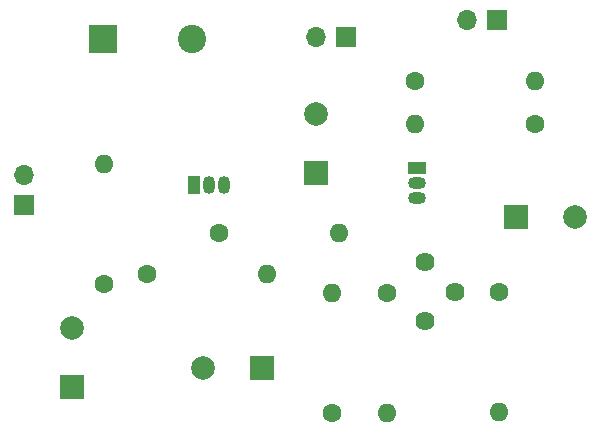
<source format=gbs>
%TF.GenerationSoftware,KiCad,Pcbnew,(6.0.0)*%
%TF.CreationDate,2022-01-14T09:14:34+00:00*%
%TF.ProjectId,ampli1,616d706c-6931-42e6-9b69-6361645f7063,rev?*%
%TF.SameCoordinates,Original*%
%TF.FileFunction,Soldermask,Bot*%
%TF.FilePolarity,Negative*%
%FSLAX46Y46*%
G04 Gerber Fmt 4.6, Leading zero omitted, Abs format (unit mm)*
G04 Created by KiCad (PCBNEW (6.0.0)) date 2022-01-14 09:14:34*
%MOMM*%
%LPD*%
G01*
G04 APERTURE LIST*
%ADD10R,1.700000X1.700000*%
%ADD11O,1.700000X1.700000*%
%ADD12R,1.500000X1.050000*%
%ADD13O,1.500000X1.050000*%
%ADD14R,2.000000X2.000000*%
%ADD15C,2.000000*%
%ADD16C,1.600000*%
%ADD17O,1.600000X1.600000*%
%ADD18R,1.050000X1.500000*%
%ADD19O,1.050000X1.500000*%
%ADD20C,1.620000*%
%ADD21R,2.400000X2.400000*%
%ADD22C,2.400000*%
G04 APERTURE END LIST*
D10*
%TO.C,V1*%
X126590000Y-74415000D03*
D11*
X124050000Y-74415000D03*
%TD*%
D12*
%TO.C,Q2*%
X132540000Y-85490000D03*
D13*
X132540000Y-86760000D03*
X132540000Y-88030000D03*
%TD*%
D14*
%TO.C,C1*%
X119457677Y-102430000D03*
D15*
X114457677Y-102430000D03*
%TD*%
D16*
%TO.C,R4*%
X130030000Y-96080000D03*
D17*
X130030000Y-106240000D03*
%TD*%
D16*
%TO.C,R5*%
X125340000Y-106240000D03*
D17*
X125340000Y-96080000D03*
%TD*%
D16*
%TO.C,R1*%
X109710000Y-94450000D03*
D17*
X119870000Y-94450000D03*
%TD*%
D14*
%TO.C,C3*%
X124020000Y-85880000D03*
D15*
X124020000Y-80880000D03*
%TD*%
D16*
%TO.C,R3*%
X115810000Y-90950000D03*
D17*
X125970000Y-90950000D03*
%TD*%
D18*
%TO.C,Q1*%
X113670000Y-86950000D03*
D19*
X114940000Y-86950000D03*
X116210000Y-86950000D03*
%TD*%
D14*
%TO.C,C5*%
X140982323Y-89620000D03*
D15*
X145982323Y-89620000D03*
%TD*%
D16*
%TO.C,R2*%
X106080000Y-95260000D03*
D17*
X106080000Y-85100000D03*
%TD*%
D10*
%TO.C,J1*%
X99330000Y-88600000D03*
D11*
X99330000Y-86060000D03*
%TD*%
D16*
%TO.C,R7*%
X142590000Y-81720000D03*
D17*
X132430000Y-81720000D03*
%TD*%
D10*
%TO.C,J2*%
X139330000Y-72965000D03*
D11*
X136790000Y-72965000D03*
%TD*%
D20*
%TO.C,RV1*%
X133275000Y-93460000D03*
X135775000Y-95960000D03*
X133275000Y-98460000D03*
%TD*%
D21*
%TO.C,C4*%
X106029794Y-74530000D03*
D22*
X113529794Y-74530000D03*
%TD*%
D16*
%TO.C,R6*%
X139550000Y-95960000D03*
D17*
X139550000Y-106120000D03*
%TD*%
D16*
%TO.C,R8*%
X132430000Y-78150000D03*
D17*
X142590000Y-78150000D03*
%TD*%
D14*
%TO.C,C2*%
X103390000Y-104037677D03*
D15*
X103390000Y-99037677D03*
%TD*%
M02*

</source>
